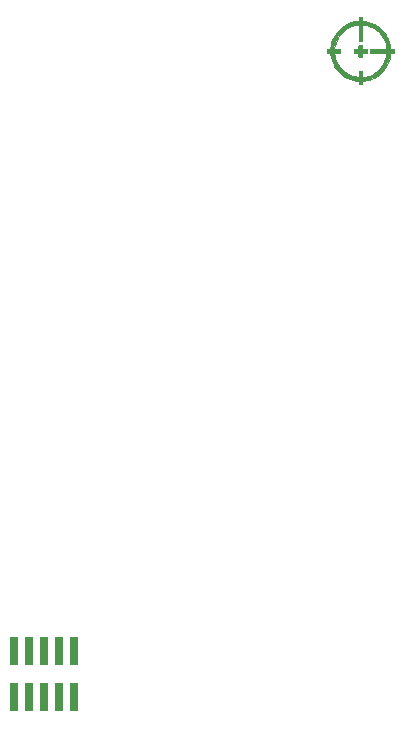
<source format=gbr>
G04 #@! TF.GenerationSoftware,KiCad,Pcbnew,(6.0.1-0)*
G04 #@! TF.CreationDate,2022-08-23T11:47:09-04:00*
G04 #@! TF.ProjectId,mobo,6d6f626f-2e6b-4696-9361-645f70636258,rev?*
G04 #@! TF.SameCoordinates,Original*
G04 #@! TF.FileFunction,Soldermask,Bot*
G04 #@! TF.FilePolarity,Negative*
%FSLAX46Y46*%
G04 Gerber Fmt 4.6, Leading zero omitted, Abs format (unit mm)*
G04 Created by KiCad (PCBNEW (6.0.1-0)) date 2022-08-23 11:47:09*
%MOMM*%
%LPD*%
G01*
G04 APERTURE LIST*
%ADD10C,0.010000*%
%ADD11R,0.740000X2.400000*%
G04 APERTURE END LIST*
D10*
X124627561Y-38157805D02*
X124623611Y-38337722D01*
X124623611Y-38337722D02*
X124443695Y-38341671D01*
X124443695Y-38341671D02*
X124263778Y-38345621D01*
X124263778Y-38345621D02*
X124263778Y-38668490D01*
X124263778Y-38668490D02*
X124443695Y-38672439D01*
X124443695Y-38672439D02*
X124623611Y-38676389D01*
X124623611Y-38676389D02*
X124627561Y-38856305D01*
X124627561Y-38856305D02*
X124631510Y-39036222D01*
X124631510Y-39036222D02*
X124954379Y-39036222D01*
X124954379Y-39036222D02*
X124958329Y-38856305D01*
X124958329Y-38856305D02*
X124962278Y-38676389D01*
X124962278Y-38676389D02*
X125142195Y-38672439D01*
X125142195Y-38672439D02*
X125322111Y-38668490D01*
X125322111Y-38668490D02*
X125322111Y-38345621D01*
X125322111Y-38345621D02*
X125142195Y-38341671D01*
X125142195Y-38341671D02*
X124962278Y-38337722D01*
X124962278Y-38337722D02*
X124958329Y-38157805D01*
X124958329Y-38157805D02*
X124954379Y-37977889D01*
X124954379Y-37977889D02*
X124631510Y-37977889D01*
X124631510Y-37977889D02*
X124627561Y-38157805D01*
X124627561Y-38157805D02*
X124627561Y-38157805D01*
G36*
X124958329Y-38157805D02*
G01*
X124962278Y-38337722D01*
X125142195Y-38341671D01*
X125322111Y-38345621D01*
X125322111Y-38668490D01*
X125142195Y-38672439D01*
X124962278Y-38676389D01*
X124958329Y-38856305D01*
X124954379Y-39036222D01*
X124631510Y-39036222D01*
X124627561Y-38856305D01*
X124623611Y-38676389D01*
X124443695Y-38672439D01*
X124263778Y-38668490D01*
X124263778Y-38345621D01*
X124443695Y-38341671D01*
X124623611Y-38337722D01*
X124627561Y-38157805D01*
X124631510Y-37977889D01*
X124954379Y-37977889D01*
X124958329Y-38157805D01*
G37*
X124958329Y-38157805D02*
X124962278Y-38337722D01*
X125142195Y-38341671D01*
X125322111Y-38345621D01*
X125322111Y-38668490D01*
X125142195Y-38672439D01*
X124962278Y-38676389D01*
X124958329Y-38856305D01*
X124954379Y-39036222D01*
X124631510Y-39036222D01*
X124627561Y-38856305D01*
X124623611Y-38676389D01*
X124443695Y-38672439D01*
X124263778Y-38668490D01*
X124263778Y-38345621D01*
X124443695Y-38341671D01*
X124623611Y-38337722D01*
X124627561Y-38157805D01*
X124631510Y-37977889D01*
X124954379Y-37977889D01*
X124958329Y-38157805D01*
X124630667Y-35956102D02*
X124536131Y-35965788D01*
X124536131Y-35965788D02*
X124277040Y-36006461D01*
X124277040Y-36006461D02*
X124021730Y-36075028D01*
X124021730Y-36075028D02*
X123770021Y-36171540D01*
X123770021Y-36171540D02*
X123649945Y-36228050D01*
X123649945Y-36228050D02*
X123507326Y-36303651D01*
X123507326Y-36303651D02*
X123380466Y-36381262D01*
X123380466Y-36381262D02*
X123262187Y-36466129D01*
X123262187Y-36466129D02*
X123145309Y-36563492D01*
X123145309Y-36563492D02*
X123022655Y-36678597D01*
X123022655Y-36678597D02*
X122993446Y-36707557D01*
X122993446Y-36707557D02*
X122873614Y-36832508D01*
X122873614Y-36832508D02*
X122772706Y-36950062D01*
X122772706Y-36950062D02*
X122685478Y-37067398D01*
X122685478Y-37067398D02*
X122606688Y-37191694D01*
X122606688Y-37191694D02*
X122531091Y-37330130D01*
X122531091Y-37330130D02*
X122513939Y-37364055D01*
X122513939Y-37364055D02*
X122403939Y-37614092D01*
X122403939Y-37614092D02*
X122321911Y-37867644D01*
X122321911Y-37867644D02*
X122267801Y-38124891D01*
X122267801Y-38124891D02*
X122251677Y-38250241D01*
X122251677Y-38250241D02*
X122241992Y-38344778D01*
X122241992Y-38344778D02*
X121949556Y-38344778D01*
X121949556Y-38344778D02*
X121949556Y-38669333D01*
X121949556Y-38669333D02*
X122242601Y-38669333D01*
X122242601Y-38669333D02*
X122252465Y-38764583D01*
X122252465Y-38764583D02*
X122292341Y-39021009D01*
X122292341Y-39021009D02*
X122358523Y-39271033D01*
X122358523Y-39271033D02*
X122451764Y-39517208D01*
X122451764Y-39517208D02*
X122513939Y-39650055D01*
X122513939Y-39650055D02*
X122589540Y-39792674D01*
X122589540Y-39792674D02*
X122667152Y-39919534D01*
X122667152Y-39919534D02*
X122752018Y-40037813D01*
X122752018Y-40037813D02*
X122849381Y-40154691D01*
X122849381Y-40154691D02*
X122964486Y-40277345D01*
X122964486Y-40277345D02*
X122993446Y-40306554D01*
X122993446Y-40306554D02*
X123118397Y-40426386D01*
X123118397Y-40426386D02*
X123235951Y-40527294D01*
X123235951Y-40527294D02*
X123353287Y-40614522D01*
X123353287Y-40614522D02*
X123477584Y-40693312D01*
X123477584Y-40693312D02*
X123616020Y-40768909D01*
X123616020Y-40768909D02*
X123649945Y-40786061D01*
X123649945Y-40786061D02*
X123899981Y-40896061D01*
X123899981Y-40896061D02*
X124153534Y-40978089D01*
X124153534Y-40978089D02*
X124410780Y-41032199D01*
X124410780Y-41032199D02*
X124536131Y-41048323D01*
X124536131Y-41048323D02*
X124630667Y-41058008D01*
X124630667Y-41058008D02*
X124630667Y-41350444D01*
X124630667Y-41350444D02*
X124955222Y-41350444D01*
X124955222Y-41350444D02*
X124955222Y-41058008D01*
X124955222Y-41058008D02*
X125049759Y-41048323D01*
X125049759Y-41048323D02*
X125308849Y-41007649D01*
X125308849Y-41007649D02*
X125564160Y-40939083D01*
X125564160Y-40939083D02*
X125815868Y-40842570D01*
X125815868Y-40842570D02*
X125935945Y-40786061D01*
X125935945Y-40786061D02*
X126078563Y-40710460D01*
X126078563Y-40710460D02*
X126205423Y-40632848D01*
X126205423Y-40632848D02*
X126323702Y-40547982D01*
X126323702Y-40547982D02*
X126440580Y-40450619D01*
X126440580Y-40450619D02*
X126563235Y-40335514D01*
X126563235Y-40335514D02*
X126592443Y-40306554D01*
X126592443Y-40306554D02*
X126712275Y-40181603D01*
X126712275Y-40181603D02*
X126813183Y-40064049D01*
X126813183Y-40064049D02*
X126900411Y-39946713D01*
X126900411Y-39946713D02*
X126979202Y-39822416D01*
X126979202Y-39822416D02*
X127054798Y-39683980D01*
X127054798Y-39683980D02*
X127071950Y-39650055D01*
X127071950Y-39650055D02*
X127181950Y-39400019D01*
X127181950Y-39400019D02*
X127263979Y-39146466D01*
X127263979Y-39146466D02*
X127318088Y-38889220D01*
X127318088Y-38889220D02*
X127334212Y-38763869D01*
X127334212Y-38763869D02*
X127343898Y-38669333D01*
X127343898Y-38669333D02*
X127636333Y-38669333D01*
X127636333Y-38669333D02*
X127636333Y-38344778D01*
X127636333Y-38344778D02*
X127343898Y-38344778D01*
X127343898Y-38344778D02*
X127005231Y-38344778D01*
X127005231Y-38344778D02*
X125590222Y-38344778D01*
X125590222Y-38344778D02*
X125590222Y-38669333D01*
X125590222Y-38669333D02*
X127005231Y-38669333D01*
X127005231Y-38669333D02*
X126995524Y-38764583D01*
X126995524Y-38764583D02*
X126959639Y-38984313D01*
X126959639Y-38984313D02*
X126897594Y-39204567D01*
X126897594Y-39204567D02*
X126811111Y-39421475D01*
X126811111Y-39421475D02*
X126701907Y-39631165D01*
X126701907Y-39631165D02*
X126571704Y-39829766D01*
X126571704Y-39829766D02*
X126459801Y-39970858D01*
X126459801Y-39970858D02*
X126306596Y-40128821D01*
X126306596Y-40128821D02*
X126131950Y-40273377D01*
X126131950Y-40273377D02*
X125940543Y-40401804D01*
X125940543Y-40401804D02*
X125737055Y-40511383D01*
X125737055Y-40511383D02*
X125526165Y-40599390D01*
X125526165Y-40599390D02*
X125312554Y-40663106D01*
X125312554Y-40663106D02*
X125243468Y-40678102D01*
X125243468Y-40678102D02*
X125170237Y-40692329D01*
X125170237Y-40692329D02*
X125117880Y-40701925D01*
X125117880Y-40701925D02*
X125079620Y-40707910D01*
X125079620Y-40707910D02*
X125048682Y-40711303D01*
X125048682Y-40711303D02*
X125018287Y-40713125D01*
X125018287Y-40713125D02*
X125008139Y-40713523D01*
X125008139Y-40713523D02*
X124955222Y-40715444D01*
X124955222Y-40715444D02*
X124955222Y-40221555D01*
X124955222Y-40221555D02*
X124630667Y-40221555D01*
X124630667Y-40221555D02*
X124630667Y-40719342D01*
X124630667Y-40719342D02*
X124535417Y-40709635D01*
X124535417Y-40709635D02*
X124316702Y-40673883D01*
X124316702Y-40673883D02*
X124097910Y-40612335D01*
X124097910Y-40612335D02*
X123883091Y-40527114D01*
X123883091Y-40527114D02*
X123676294Y-40420343D01*
X123676294Y-40420343D02*
X123481569Y-40294146D01*
X123481569Y-40294146D02*
X123302967Y-40150645D01*
X123302967Y-40150645D02*
X123144537Y-39991964D01*
X123144537Y-39991964D02*
X123126088Y-39970858D01*
X123126088Y-39970858D02*
X122981078Y-39783270D01*
X122981078Y-39783270D02*
X122855763Y-39581651D01*
X122855763Y-39581651D02*
X122751861Y-39369873D01*
X122751861Y-39369873D02*
X122671093Y-39151808D01*
X122671093Y-39151808D02*
X122615176Y-38931326D01*
X122615176Y-38931326D02*
X122590365Y-38764583D01*
X122590365Y-38764583D02*
X122580658Y-38669333D01*
X122580658Y-38669333D02*
X123078445Y-38669333D01*
X123078445Y-38669333D02*
X123078445Y-38344778D01*
X123078445Y-38344778D02*
X122580658Y-38344778D01*
X122580658Y-38344778D02*
X122590365Y-38249528D01*
X122590365Y-38249528D02*
X122626251Y-38029798D01*
X122626251Y-38029798D02*
X122688295Y-37809544D01*
X122688295Y-37809544D02*
X122774778Y-37592636D01*
X122774778Y-37592636D02*
X122883982Y-37382946D01*
X122883982Y-37382946D02*
X123014186Y-37184345D01*
X123014186Y-37184345D02*
X123126088Y-37043253D01*
X123126088Y-37043253D02*
X123281669Y-36882797D01*
X123281669Y-36882797D02*
X123457937Y-36737253D01*
X123457937Y-36737253D02*
X123650841Y-36608743D01*
X123650841Y-36608743D02*
X123856331Y-36499391D01*
X123856331Y-36499391D02*
X124070357Y-36411319D01*
X124070357Y-36411319D02*
X124288869Y-36346651D01*
X124288869Y-36346651D02*
X124507818Y-36307509D01*
X124507818Y-36307509D02*
X124535417Y-36304476D01*
X124535417Y-36304476D02*
X124630667Y-36294769D01*
X124630667Y-36294769D02*
X124630667Y-37709778D01*
X124630667Y-37709778D02*
X124955222Y-37709778D01*
X124955222Y-37709778D02*
X124955222Y-36294769D01*
X124955222Y-36294769D02*
X125050472Y-36304476D01*
X125050472Y-36304476D02*
X125269187Y-36340228D01*
X125269187Y-36340228D02*
X125487979Y-36401776D01*
X125487979Y-36401776D02*
X125702798Y-36486997D01*
X125702798Y-36486997D02*
X125909595Y-36593767D01*
X125909595Y-36593767D02*
X126104320Y-36719965D01*
X126104320Y-36719965D02*
X126282922Y-36863466D01*
X126282922Y-36863466D02*
X126441352Y-37022147D01*
X126441352Y-37022147D02*
X126459801Y-37043253D01*
X126459801Y-37043253D02*
X126604811Y-37230841D01*
X126604811Y-37230841D02*
X126730126Y-37432460D01*
X126730126Y-37432460D02*
X126834028Y-37644238D01*
X126834028Y-37644238D02*
X126914796Y-37862303D01*
X126914796Y-37862303D02*
X126970713Y-38082784D01*
X126970713Y-38082784D02*
X126995524Y-38249528D01*
X126995524Y-38249528D02*
X127005231Y-38344778D01*
X127005231Y-38344778D02*
X127343898Y-38344778D01*
X127343898Y-38344778D02*
X127334212Y-38250241D01*
X127334212Y-38250241D02*
X127293539Y-37991151D01*
X127293539Y-37991151D02*
X127224972Y-37735840D01*
X127224972Y-37735840D02*
X127128460Y-37484132D01*
X127128460Y-37484132D02*
X127071950Y-37364055D01*
X127071950Y-37364055D02*
X126996349Y-37221437D01*
X126996349Y-37221437D02*
X126918738Y-37094577D01*
X126918738Y-37094577D02*
X126833871Y-36976298D01*
X126833871Y-36976298D02*
X126736508Y-36859420D01*
X126736508Y-36859420D02*
X126621403Y-36736765D01*
X126621403Y-36736765D02*
X126592443Y-36707557D01*
X126592443Y-36707557D02*
X126467492Y-36587725D01*
X126467492Y-36587725D02*
X126349938Y-36486817D01*
X126349938Y-36486817D02*
X126232602Y-36399589D01*
X126232602Y-36399589D02*
X126108306Y-36320798D01*
X126108306Y-36320798D02*
X125969870Y-36245202D01*
X125969870Y-36245202D02*
X125935945Y-36228050D01*
X125935945Y-36228050D02*
X125685908Y-36118050D01*
X125685908Y-36118050D02*
X125432356Y-36036021D01*
X125432356Y-36036021D02*
X125175109Y-35981912D01*
X125175109Y-35981912D02*
X125049759Y-35965788D01*
X125049759Y-35965788D02*
X124955222Y-35956102D01*
X124955222Y-35956102D02*
X124955222Y-35663667D01*
X124955222Y-35663667D02*
X124630667Y-35663667D01*
X124630667Y-35663667D02*
X124630667Y-35956102D01*
X124630667Y-35956102D02*
X124630667Y-35956102D01*
G36*
X127636333Y-38669333D02*
G01*
X127343898Y-38669333D01*
X127334212Y-38763869D01*
X127318088Y-38889220D01*
X127263979Y-39146466D01*
X127181950Y-39400019D01*
X127071950Y-39650055D01*
X127054798Y-39683980D01*
X126979202Y-39822416D01*
X126900411Y-39946713D01*
X126813183Y-40064049D01*
X126712275Y-40181603D01*
X126592443Y-40306554D01*
X126563235Y-40335514D01*
X126440580Y-40450619D01*
X126323702Y-40547982D01*
X126205423Y-40632848D01*
X126078563Y-40710460D01*
X125935945Y-40786061D01*
X125815868Y-40842570D01*
X125564160Y-40939083D01*
X125308849Y-41007649D01*
X125049759Y-41048323D01*
X124955222Y-41058008D01*
X124955222Y-41350444D01*
X124630667Y-41350444D01*
X124630667Y-41058008D01*
X124536131Y-41048323D01*
X124410780Y-41032199D01*
X124153534Y-40978089D01*
X123899981Y-40896061D01*
X123649945Y-40786061D01*
X123616020Y-40768909D01*
X123477584Y-40693312D01*
X123353287Y-40614522D01*
X123235951Y-40527294D01*
X123118397Y-40426386D01*
X122993446Y-40306554D01*
X122964486Y-40277345D01*
X122849381Y-40154691D01*
X122752018Y-40037813D01*
X122667152Y-39919534D01*
X122589540Y-39792674D01*
X122513939Y-39650055D01*
X122451764Y-39517208D01*
X122358523Y-39271033D01*
X122292341Y-39021009D01*
X122252465Y-38764583D01*
X122242601Y-38669333D01*
X122580658Y-38669333D01*
X122590365Y-38764583D01*
X122615176Y-38931326D01*
X122671093Y-39151808D01*
X122751861Y-39369873D01*
X122855763Y-39581651D01*
X122981078Y-39783270D01*
X123126088Y-39970858D01*
X123144537Y-39991964D01*
X123302967Y-40150645D01*
X123481569Y-40294146D01*
X123676294Y-40420343D01*
X123883091Y-40527114D01*
X124097910Y-40612335D01*
X124316702Y-40673883D01*
X124535417Y-40709635D01*
X124630667Y-40719342D01*
X124630667Y-40221555D01*
X124955222Y-40221555D01*
X124955222Y-40715444D01*
X125008139Y-40713523D01*
X125018287Y-40713125D01*
X125048682Y-40711303D01*
X125079620Y-40707910D01*
X125117880Y-40701925D01*
X125170237Y-40692329D01*
X125243468Y-40678102D01*
X125312554Y-40663106D01*
X125526165Y-40599390D01*
X125737055Y-40511383D01*
X125940543Y-40401804D01*
X126131950Y-40273377D01*
X126306596Y-40128821D01*
X126459801Y-39970858D01*
X126571704Y-39829766D01*
X126701907Y-39631165D01*
X126811111Y-39421475D01*
X126897594Y-39204567D01*
X126959639Y-38984313D01*
X126995524Y-38764583D01*
X127005231Y-38669333D01*
X125590222Y-38669333D01*
X125590222Y-38344778D01*
X127005231Y-38344778D01*
X126995524Y-38249528D01*
X126970713Y-38082784D01*
X126914796Y-37862303D01*
X126834028Y-37644238D01*
X126730126Y-37432460D01*
X126604811Y-37230841D01*
X126459801Y-37043253D01*
X126441352Y-37022147D01*
X126282922Y-36863466D01*
X126104320Y-36719965D01*
X125909595Y-36593767D01*
X125702798Y-36486997D01*
X125487979Y-36401776D01*
X125269187Y-36340228D01*
X125050472Y-36304476D01*
X124955222Y-36294769D01*
X124955222Y-37709778D01*
X124630667Y-37709778D01*
X124630667Y-36294769D01*
X124535417Y-36304476D01*
X124507818Y-36307509D01*
X124288869Y-36346651D01*
X124070357Y-36411319D01*
X123856331Y-36499391D01*
X123650841Y-36608743D01*
X123457937Y-36737253D01*
X123281669Y-36882797D01*
X123126088Y-37043253D01*
X123014186Y-37184345D01*
X122883982Y-37382946D01*
X122774778Y-37592636D01*
X122688295Y-37809544D01*
X122626251Y-38029798D01*
X122590365Y-38249528D01*
X122580658Y-38344778D01*
X123078445Y-38344778D01*
X123078445Y-38669333D01*
X122580658Y-38669333D01*
X122242601Y-38669333D01*
X121949556Y-38669333D01*
X121949556Y-38344778D01*
X122241992Y-38344778D01*
X122251677Y-38250241D01*
X122267801Y-38124891D01*
X122321911Y-37867644D01*
X122403939Y-37614092D01*
X122513939Y-37364055D01*
X122531091Y-37330130D01*
X122606688Y-37191694D01*
X122685478Y-37067398D01*
X122772706Y-36950062D01*
X122873614Y-36832508D01*
X122993446Y-36707557D01*
X123022655Y-36678597D01*
X123145309Y-36563492D01*
X123262187Y-36466129D01*
X123380466Y-36381262D01*
X123507326Y-36303651D01*
X123649945Y-36228050D01*
X123770021Y-36171540D01*
X124021730Y-36075028D01*
X124277040Y-36006461D01*
X124536131Y-35965788D01*
X124630667Y-35956102D01*
X124630667Y-35663667D01*
X124955222Y-35663667D01*
X124955222Y-35956102D01*
X125049759Y-35965788D01*
X125175109Y-35981912D01*
X125432356Y-36036021D01*
X125685908Y-36118050D01*
X125935945Y-36228050D01*
X125969870Y-36245202D01*
X126108306Y-36320798D01*
X126232602Y-36399589D01*
X126349938Y-36486817D01*
X126467492Y-36587725D01*
X126592443Y-36707557D01*
X126621403Y-36736765D01*
X126736508Y-36859420D01*
X126833871Y-36976298D01*
X126918738Y-37094577D01*
X126996349Y-37221437D01*
X127071950Y-37364055D01*
X127128460Y-37484132D01*
X127224972Y-37735840D01*
X127293539Y-37991151D01*
X127334212Y-38250241D01*
X127343898Y-38344778D01*
X127636333Y-38344778D01*
X127636333Y-38669333D01*
G37*
X127636333Y-38669333D02*
X127343898Y-38669333D01*
X127334212Y-38763869D01*
X127318088Y-38889220D01*
X127263979Y-39146466D01*
X127181950Y-39400019D01*
X127071950Y-39650055D01*
X127054798Y-39683980D01*
X126979202Y-39822416D01*
X126900411Y-39946713D01*
X126813183Y-40064049D01*
X126712275Y-40181603D01*
X126592443Y-40306554D01*
X126563235Y-40335514D01*
X126440580Y-40450619D01*
X126323702Y-40547982D01*
X126205423Y-40632848D01*
X126078563Y-40710460D01*
X125935945Y-40786061D01*
X125815868Y-40842570D01*
X125564160Y-40939083D01*
X125308849Y-41007649D01*
X125049759Y-41048323D01*
X124955222Y-41058008D01*
X124955222Y-41350444D01*
X124630667Y-41350444D01*
X124630667Y-41058008D01*
X124536131Y-41048323D01*
X124410780Y-41032199D01*
X124153534Y-40978089D01*
X123899981Y-40896061D01*
X123649945Y-40786061D01*
X123616020Y-40768909D01*
X123477584Y-40693312D01*
X123353287Y-40614522D01*
X123235951Y-40527294D01*
X123118397Y-40426386D01*
X122993446Y-40306554D01*
X122964486Y-40277345D01*
X122849381Y-40154691D01*
X122752018Y-40037813D01*
X122667152Y-39919534D01*
X122589540Y-39792674D01*
X122513939Y-39650055D01*
X122451764Y-39517208D01*
X122358523Y-39271033D01*
X122292341Y-39021009D01*
X122252465Y-38764583D01*
X122242601Y-38669333D01*
X122580658Y-38669333D01*
X122590365Y-38764583D01*
X122615176Y-38931326D01*
X122671093Y-39151808D01*
X122751861Y-39369873D01*
X122855763Y-39581651D01*
X122981078Y-39783270D01*
X123126088Y-39970858D01*
X123144537Y-39991964D01*
X123302967Y-40150645D01*
X123481569Y-40294146D01*
X123676294Y-40420343D01*
X123883091Y-40527114D01*
X124097910Y-40612335D01*
X124316702Y-40673883D01*
X124535417Y-40709635D01*
X124630667Y-40719342D01*
X124630667Y-40221555D01*
X124955222Y-40221555D01*
X124955222Y-40715444D01*
X125008139Y-40713523D01*
X125018287Y-40713125D01*
X125048682Y-40711303D01*
X125079620Y-40707910D01*
X125117880Y-40701925D01*
X125170237Y-40692329D01*
X125243468Y-40678102D01*
X125312554Y-40663106D01*
X125526165Y-40599390D01*
X125737055Y-40511383D01*
X125940543Y-40401804D01*
X126131950Y-40273377D01*
X126306596Y-40128821D01*
X126459801Y-39970858D01*
X126571704Y-39829766D01*
X126701907Y-39631165D01*
X126811111Y-39421475D01*
X126897594Y-39204567D01*
X126959639Y-38984313D01*
X126995524Y-38764583D01*
X127005231Y-38669333D01*
X125590222Y-38669333D01*
X125590222Y-38344778D01*
X127005231Y-38344778D01*
X126995524Y-38249528D01*
X126970713Y-38082784D01*
X126914796Y-37862303D01*
X126834028Y-37644238D01*
X126730126Y-37432460D01*
X126604811Y-37230841D01*
X126459801Y-37043253D01*
X126441352Y-37022147D01*
X126282922Y-36863466D01*
X126104320Y-36719965D01*
X125909595Y-36593767D01*
X125702798Y-36486997D01*
X125487979Y-36401776D01*
X125269187Y-36340228D01*
X125050472Y-36304476D01*
X124955222Y-36294769D01*
X124955222Y-37709778D01*
X124630667Y-37709778D01*
X124630667Y-36294769D01*
X124535417Y-36304476D01*
X124507818Y-36307509D01*
X124288869Y-36346651D01*
X124070357Y-36411319D01*
X123856331Y-36499391D01*
X123650841Y-36608743D01*
X123457937Y-36737253D01*
X123281669Y-36882797D01*
X123126088Y-37043253D01*
X123014186Y-37184345D01*
X122883982Y-37382946D01*
X122774778Y-37592636D01*
X122688295Y-37809544D01*
X122626251Y-38029798D01*
X122590365Y-38249528D01*
X122580658Y-38344778D01*
X123078445Y-38344778D01*
X123078445Y-38669333D01*
X122580658Y-38669333D01*
X122242601Y-38669333D01*
X121949556Y-38669333D01*
X121949556Y-38344778D01*
X122241992Y-38344778D01*
X122251677Y-38250241D01*
X122267801Y-38124891D01*
X122321911Y-37867644D01*
X122403939Y-37614092D01*
X122513939Y-37364055D01*
X122531091Y-37330130D01*
X122606688Y-37191694D01*
X122685478Y-37067398D01*
X122772706Y-36950062D01*
X122873614Y-36832508D01*
X122993446Y-36707557D01*
X123022655Y-36678597D01*
X123145309Y-36563492D01*
X123262187Y-36466129D01*
X123380466Y-36381262D01*
X123507326Y-36303651D01*
X123649945Y-36228050D01*
X123770021Y-36171540D01*
X124021730Y-36075028D01*
X124277040Y-36006461D01*
X124536131Y-35965788D01*
X124630667Y-35956102D01*
X124630667Y-35663667D01*
X124955222Y-35663667D01*
X124955222Y-35956102D01*
X125049759Y-35965788D01*
X125175109Y-35981912D01*
X125432356Y-36036021D01*
X125685908Y-36118050D01*
X125935945Y-36228050D01*
X125969870Y-36245202D01*
X126108306Y-36320798D01*
X126232602Y-36399589D01*
X126349938Y-36486817D01*
X126467492Y-36587725D01*
X126592443Y-36707557D01*
X126621403Y-36736765D01*
X126736508Y-36859420D01*
X126833871Y-36976298D01*
X126918738Y-37094577D01*
X126996349Y-37221437D01*
X127071950Y-37364055D01*
X127128460Y-37484132D01*
X127224972Y-37735840D01*
X127293539Y-37991151D01*
X127334212Y-38250241D01*
X127343898Y-38344778D01*
X127636333Y-38344778D01*
X127636333Y-38669333D01*
D11*
X95460000Y-89350000D03*
X95460000Y-93250000D03*
X96730000Y-89350000D03*
X96730000Y-93250000D03*
X98000000Y-89350000D03*
X98000000Y-93250000D03*
X99270000Y-89350000D03*
X99270000Y-93250000D03*
X100540000Y-89350000D03*
X100540000Y-93250000D03*
M02*

</source>
